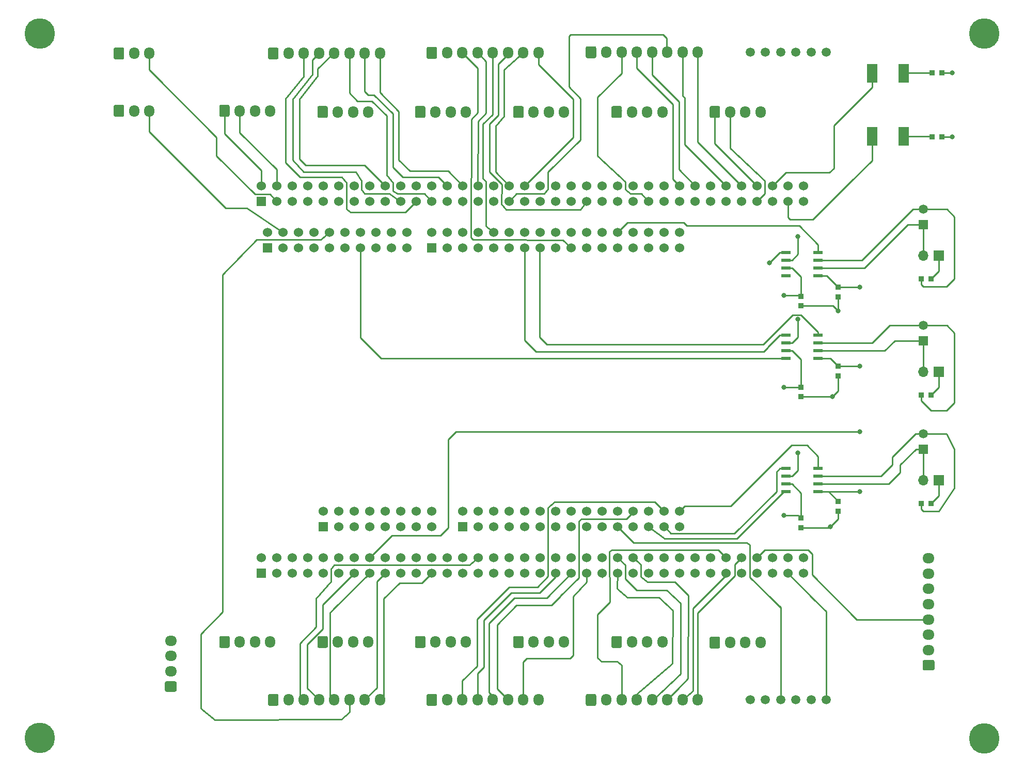
<source format=gbr>
%TF.GenerationSoftware,KiCad,Pcbnew,(5.1.12)-1*%
%TF.CreationDate,2022-02-06T21:24:49-08:00*%
%TF.ProjectId,DriverBoard,44726976-6572-4426-9f61-72642e6b6963,rev?*%
%TF.SameCoordinates,Original*%
%TF.FileFunction,Copper,L1,Top*%
%TF.FilePolarity,Positive*%
%FSLAX46Y46*%
G04 Gerber Fmt 4.6, Leading zero omitted, Abs format (unit mm)*
G04 Created by KiCad (PCBNEW (5.1.12)-1) date 2022-02-06 21:24:49*
%MOMM*%
%LPD*%
G01*
G04 APERTURE LIST*
%TA.AperFunction,ComponentPad*%
%ADD10C,5.000000*%
%TD*%
%TA.AperFunction,ComponentPad*%
%ADD11O,1.700000X1.950000*%
%TD*%
%TA.AperFunction,ComponentPad*%
%ADD12C,1.530000*%
%TD*%
%TA.AperFunction,ComponentPad*%
%ADD13R,1.530000X1.530000*%
%TD*%
%TA.AperFunction,SMDPad,CuDef*%
%ADD14R,0.863600X0.965200*%
%TD*%
%TA.AperFunction,ComponentPad*%
%ADD15O,1.950000X1.700000*%
%TD*%
%TA.AperFunction,ComponentPad*%
%ADD16C,1.508000*%
%TD*%
%TA.AperFunction,ComponentPad*%
%ADD17R,1.508000X1.508000*%
%TD*%
%TA.AperFunction,SMDPad,CuDef*%
%ADD18R,0.965200X0.863600*%
%TD*%
%TA.AperFunction,SMDPad,CuDef*%
%ADD19R,1.780000X3.150000*%
%TD*%
%TA.AperFunction,ComponentPad*%
%ADD20C,1.498600*%
%TD*%
%TA.AperFunction,ComponentPad*%
%ADD21R,1.700000X1.700000*%
%TD*%
%TA.AperFunction,ComponentPad*%
%ADD22O,1.700000X1.700000*%
%TD*%
%TA.AperFunction,SMDPad,CuDef*%
%ADD23R,1.500000X0.600000*%
%TD*%
%TA.AperFunction,ViaPad*%
%ADD24C,0.800000*%
%TD*%
%TA.AperFunction,Conductor*%
%ADD25C,0.250000*%
%TD*%
G04 APERTURE END LIST*
D10*
%TO.P,Hole,1*%
%TO.N,N/C*%
X75000000Y-157450000D03*
%TD*%
D11*
%TO.P,J25,4*%
%TO.N,+5V*%
X193200000Y-54800000D03*
%TO.P,J25,3*%
%TO.N,GND*%
X190700000Y-54800000D03*
%TO.P,J25,2*%
%TO.N,Drive6-Enc-Aout*%
X188200000Y-54800000D03*
%TO.P,J25,1*%
%TO.N,Drive6-Enc-Bout*%
%TA.AperFunction,ComponentPad*%
G36*
G01*
X184850000Y-55525000D02*
X184850000Y-54075000D01*
G75*
G02*
X185100000Y-53825000I250000J0D01*
G01*
X186300000Y-53825000D01*
G75*
G02*
X186550000Y-54075000I0J-250000D01*
G01*
X186550000Y-55525000D01*
G75*
G02*
X186300000Y-55775000I-250000J0D01*
G01*
X185100000Y-55775000D01*
G75*
G02*
X184850000Y-55525000I0J250000D01*
G01*
G37*
%TD.AperFunction*%
%TD*%
%TO.P,J5,4*%
%TO.N,+5V*%
X144900000Y-54800000D03*
%TO.P,J5,3*%
%TO.N,GND*%
X142400000Y-54800000D03*
%TO.P,J5,2*%
%TO.N,Drive3-Enc-Aout*%
X139900000Y-54800000D03*
%TO.P,J5,1*%
%TO.N,Drive3-Enc-Bout*%
%TA.AperFunction,ComponentPad*%
G36*
G01*
X136550000Y-55525000D02*
X136550000Y-54075000D01*
G75*
G02*
X136800000Y-53825000I250000J0D01*
G01*
X138000000Y-53825000D01*
G75*
G02*
X138250000Y-54075000I0J-250000D01*
G01*
X138250000Y-55525000D01*
G75*
G02*
X138000000Y-55775000I-250000J0D01*
G01*
X136800000Y-55775000D01*
G75*
G02*
X136550000Y-55525000I0J250000D01*
G01*
G37*
%TD.AperFunction*%
%TD*%
D12*
%TO.P,U1,NC*%
%TO.N,N/C*%
X200245000Y-66910000D03*
X200245000Y-69450000D03*
%TO.P,U1,91*%
%TO.N,Net-(U1-Pad91)*%
X197705000Y-66910000D03*
%TO.P,U1,89*%
%TO.N,LED1*%
X197705000Y-69450000D03*
%TO.P,U1,90*%
%TO.N,LED2*%
X195165000Y-66910000D03*
%TO.P,U1,92*%
%TO.N,Net-(U1-Pad92)*%
X195165000Y-69450000D03*
%TO.P,U1,93*%
%TO.N,Drive6-Enc-Bout*%
X192625000Y-66910000D03*
%TO.P,U1,79*%
%TO.N,Drive6-Enc-Aout*%
X192625000Y-69450000D03*
%TO.P,U1,141*%
%TO.N,Drive3-INA1*%
X190085000Y-66910000D03*
%TO.P,U1,167*%
%TO.N,N/C*%
X190085000Y-69450000D03*
%TO.P,U1,49*%
%TO.N,Drive3-INA2*%
X187545000Y-66910000D03*
%TO.P,U1,129*%
%TO.N,Drive4-Enc-Bout*%
X187545000Y-69450000D03*
%TO.P,U1,55*%
%TO.N,I2C-4-SDA*%
X185005000Y-66910000D03*
%TO.P,U1,50*%
%TO.N,I2C-4-INT1*%
X185005000Y-69450000D03*
%TO.P,U1,13*%
%TO.N,Drive3-INB1*%
X182465000Y-66910000D03*
%TO.P,U1,53*%
%TO.N,I2C-4-INT0*%
X182465000Y-69450000D03*
%TO.P,U1,64*%
%TO.N,Drive3-INB2*%
X179925000Y-66910000D03*
%TO.P,U1,66*%
%TO.N,Drive2-B1*%
X179925000Y-69450000D03*
%TO.P,U1,158*%
%TO.N,GND*%
X177385000Y-66910000D03*
%TO.P,U1,68*%
%TO.N,Drive5-Enc-Aout*%
X177385000Y-69450000D03*
%TO.P,U1,60*%
%TO.N,UART-7-RTS*%
X174845000Y-66910000D03*
%TO.P,U1,67*%
%TO.N,Drive3-PWMB*%
X174845000Y-69450000D03*
%TO.P,U1,54*%
%TO.N,I2C-4-SCL*%
X172305000Y-66910000D03*
%TO.P,U1,65*%
%TO.N,CAN3-STBY*%
X172305000Y-69450000D03*
%TO.P,U1,86*%
%TO.N,Steer3-PWMB*%
X169765000Y-66910000D03*
%TO.P,U1,63*%
%TO.N,UART-7-CTS*%
X169765000Y-69450000D03*
%TO.P,U1,85*%
%TO.N,Steer3-PWMA*%
X167225000Y-66910000D03*
%TO.P,U1,80*%
%TO.N,ROSReset*%
X167225000Y-69450000D03*
%TO.P,U1,58*%
%TO.N,UART-7-RXD*%
X164685000Y-66910000D03*
%TO.P,U1,81*%
%TO.N,Drive2-PWMA*%
X164685000Y-69450000D03*
%TO.P,U1,22*%
%TO.N,Drive5-Enc-Bout*%
X162145000Y-66910000D03*
%TO.P,U1,82*%
%TO.N,Drive2-PWMB*%
X162145000Y-69450000D03*
%TO.P,U1,59*%
%TO.N,UART-7-TXD*%
X159605000Y-66910000D03*
%TO.P,U1,158*%
%TO.N,GND*%
X159605000Y-69450000D03*
%TO.P,U1,14*%
%TO.N,Net-(U1-Pad14)*%
X157065000Y-66910000D03*
%TO.P,U1,37*%
%TO.N,Net-(U1-Pad37)*%
X157065000Y-69450000D03*
%TO.P,U1,15*%
%TO.N,Drive2-INA1*%
X154525000Y-66910000D03*
%TO.P,U1,36*%
%TO.N,Drive4-Enc-Aout*%
X154525000Y-69450000D03*
%TO.P,U1,44*%
%TO.N,Drive2-INA2*%
X151985000Y-66910000D03*
%TO.P,U1,102*%
%TO.N,Drive3-PWMA*%
X151985000Y-69450000D03*
%TO.P,U1,159*%
%TO.N,N/C*%
X149445000Y-66910000D03*
%TO.P,U1,133*%
%TO.N,CAN3-RXD*%
X149445000Y-69450000D03*
%TO.P,U1,74*%
%TO.N,Drive2-B2*%
X146905000Y-66910000D03*
%TO.P,U1,135*%
%TO.N,CAN2-RXD*%
X146905000Y-69450000D03*
%TO.P,U1,75*%
%TO.N,Drive1-INA1*%
X144365000Y-66910000D03*
%TO.P,U1,134*%
%TO.N,CAN3-TXD*%
X144365000Y-69450000D03*
%TO.P,U1,76*%
%TO.N,Drive1-INA2*%
X141825000Y-66910000D03*
%TO.P,U1,69*%
%TO.N,Drive3-Enc-Aout*%
X141825000Y-69450000D03*
%TO.P,U1,47*%
%TO.N,Drive3-Enc-Bout*%
X139285000Y-66910000D03*
%TO.P,U1,100*%
%TO.N,Drive1-PWMA*%
X139285000Y-69450000D03*
%TO.P,U1,48*%
%TO.N,CAN2-STBY*%
X136745000Y-66910000D03*
%TO.P,U1,101*%
%TO.N,Drive1-PWMB*%
X136745000Y-69450000D03*
%TO.P,U1,158*%
%TO.N,GND*%
X134205000Y-66910000D03*
%TO.P,U1,97*%
%TO.N,Drive1-INB2*%
X134205000Y-69450000D03*
%TO.P,U1,70*%
%TO.N,Drive1-INB1*%
X131665000Y-66910000D03*
%TO.P,U1,136*%
%TO.N,CAN2-TXD*%
X131665000Y-69450000D03*
%TO.P,U1,73*%
%TO.N,Net-(U1-Pad73)*%
X129125000Y-66910000D03*
%TO.P,U1,43*%
%TO.N,Steer6-Enc-Bout*%
X129125000Y-69450000D03*
%TO.P,U1,103*%
%TO.N,Net-(U1-Pad103)*%
X126585000Y-66910000D03*
%TO.P,U1,42*%
%TO.N,Net-(U1-Pad42)*%
X126585000Y-69450000D03*
%TO.P,U1,104*%
%TO.N,Drive2-Enc-Aout*%
X124045000Y-66910000D03*
%TO.P,U1,41*%
%TO.N,Steer1-PWMA*%
X124045000Y-69450000D03*
%TO.P,U1,77*%
%TO.N,Drive2-Enc-Bout*%
X121505000Y-66910000D03*
%TO.P,U1,158*%
%TO.N,GND*%
X121505000Y-69450000D03*
%TO.P,U1,157*%
%TO.N,Net-(U1-Pad157)*%
X118965000Y-66910000D03*
%TO.P,U1,155*%
%TO.N,Net-(U1-Pad155)*%
X118965000Y-69450000D03*
%TO.P,U1,45*%
%TO.N,Net-(U1-Pad45)*%
X116425000Y-66910000D03*
%TO.P,U1,140*%
%TO.N,TurretPWM2*%
X116425000Y-69450000D03*
%TO.P,U1,96*%
%TO.N,Drive1-Enc-Aout*%
X113885000Y-66910000D03*
%TO.P,U1,139*%
%TO.N,TurretPWM1*%
X113885000Y-69450000D03*
%TO.P,U1,70*%
%TO.N,Drive1-INB1*%
X179905000Y-74530000D03*
%TO.P,U1,141*%
%TO.N,Drive3-INA1*%
X179905000Y-77070000D03*
%TO.P,U1,57*%
%TO.N,CAN1-STBY*%
X179905000Y-120250000D03*
%TO.P,U1,56*%
%TO.N,I2C-2-INT*%
X179905000Y-122790000D03*
%TO.P,U1,50*%
%TO.N,I2C-4-INT1*%
X135201000Y-74530000D03*
%TO.P,U1,134*%
%TO.N,CAN3-TXD*%
X135201000Y-77070000D03*
%TO.P,U1,86*%
%TO.N,Steer3-PWMB*%
X132661000Y-74530000D03*
%TO.P,U1,40*%
%TO.N,Steer3-Enc-Aout*%
X132661000Y-77070000D03*
%TO.P,U1,85*%
%TO.N,Steer3-PWMA*%
X130121000Y-74530000D03*
%TO.P,U1,133*%
%TO.N,CAN3-RXD*%
X130121000Y-77070000D03*
%TO.P,U1,43*%
%TO.N,Steer6-Enc-Bout*%
X127581000Y-74530000D03*
%TO.P,U1,135*%
%TO.N,CAN2-RXD*%
X127581000Y-77070000D03*
%TO.P,U1,42*%
%TO.N,Net-(U1-Pad42)*%
X125041000Y-74530000D03*
%TO.P,U1,97*%
%TO.N,Drive1-INB2*%
X125041000Y-77070000D03*
%TO.P,U1,41*%
%TO.N,Steer1-PWMA*%
X122501000Y-74530000D03*
%TO.P,U1,110*%
%TO.N,Steer1-INA2*%
X122501000Y-77070000D03*
%TO.P,U1,158*%
%TO.N,GND*%
X119961000Y-74530000D03*
%TO.P,U1,73*%
%TO.N,Net-(U1-Pad73)*%
X119961000Y-77070000D03*
%TO.P,U1,154*%
%TO.N,Net-(U1-Pad154)*%
X117421000Y-74530000D03*
%TO.P,U1,74*%
%TO.N,Drive2-B2*%
X117421000Y-77070000D03*
%TO.P,U1,140*%
%TO.N,TurretPWM2*%
X114881000Y-74530000D03*
%TO.P,U1,76*%
%TO.N,Drive1-INA2*%
X114881000Y-77070000D03*
%TO.P,U1,NC*%
%TO.N,N/C*%
X200225000Y-127870000D03*
X200225000Y-130410000D03*
%TO.P,U1,69*%
%TO.N,Drive3-Enc-Aout*%
X177365000Y-74530000D03*
%TO.P,U1,46*%
%TO.N,Steer4-Enc-Aout*%
X177365000Y-77070000D03*
%TO.P,U1,68*%
%TO.N,Drive5-Enc-Aout*%
X174825000Y-74530000D03*
%TO.P,U1,34*%
%TO.N,Steer3-Enc-Bout*%
X174825000Y-77070000D03*
%TO.P,U1,67*%
%TO.N,Drive3-PWMB*%
X172285000Y-74530000D03*
%TO.P,U1,158*%
%TO.N,GND*%
X172285000Y-77070000D03*
%TO.P,U1,65*%
%TO.N,CAN3-STBY*%
X169745000Y-74530000D03*
%TO.P,U1,1*%
%TO.N,Steer5-Enc-Aout*%
X169745000Y-77070000D03*
%TO.P,U1,63*%
%TO.N,UART-7-CTS*%
X167205000Y-74530000D03*
%TO.P,U1,80*%
%TO.N,ROSReset*%
X167205000Y-77070000D03*
%TO.P,U1,158*%
%TO.N,GND*%
X164665000Y-74530000D03*
%TO.P,U1,81*%
%TO.N,Drive2-PWMA*%
X164665000Y-77070000D03*
%TO.P,U1,58*%
%TO.N,UART-7-RXD*%
X162125000Y-74530000D03*
%TO.P,U1,82*%
%TO.N,Drive2-PWMB*%
X162125000Y-77070000D03*
%TO.P,U1,59*%
%TO.N,UART-7-TXD*%
X159585000Y-74530000D03*
%TO.P,U1,158*%
%TO.N,GND*%
X159585000Y-77070000D03*
%TO.P,U1,124*%
%TO.N,SPI_1_MISO*%
X157045000Y-74530000D03*
%TO.P,U1,48*%
%TO.N,CAN2-STBY*%
X157045000Y-77070000D03*
%TO.P,U1,129*%
%TO.N,Drive4-Enc-Bout*%
X154505000Y-74530000D03*
%TO.P,U1,136*%
%TO.N,CAN2-TXD*%
X154505000Y-77070000D03*
%TO.P,U1,55*%
%TO.N,I2C-4-SDA*%
X151965000Y-74530000D03*
%TO.P,U1,14*%
%TO.N,Net-(U1-Pad14)*%
X151965000Y-77070000D03*
%TO.P,U1,66*%
%TO.N,Drive2-B1*%
X149425000Y-74530000D03*
%TO.P,U1,28*%
%TO.N,Net-(U1-Pad28)*%
X149425000Y-77070000D03*
%TO.P,U1,54*%
%TO.N,I2C-4-SCL*%
X146885000Y-74530000D03*
%TO.P,U1,47*%
%TO.N,Drive3-Enc-Bout*%
X146885000Y-77070000D03*
%TO.P,U1,64*%
%TO.N,Drive3-INB2*%
X144345000Y-74530000D03*
%TO.P,U1,158*%
%TO.N,GND*%
X144345000Y-77070000D03*
%TO.P,U1,60*%
%TO.N,UART-7-RTS*%
X141805000Y-74530000D03*
%TO.P,U1,159*%
%TO.N,N/C*%
X141805000Y-77070000D03*
%TO.P,U1,53*%
%TO.N,I2C-4-INT0*%
X139265000Y-74530000D03*
D13*
%TO.P,U1,156*%
%TO.N,Net-(U1-Pad156)*%
X139265000Y-77070000D03*
D12*
%TO.P,U1,139*%
%TO.N,TurretPWM1*%
X112341000Y-74530000D03*
D13*
%TO.P,U1,96*%
%TO.N,Drive1-Enc-Aout*%
X112341000Y-77070000D03*
D12*
%TO.P,U1,21*%
%TO.N,Steer2-PWMB*%
X177365000Y-120250000D03*
%TO.P,U1,115*%
%TO.N,CAN1-TXD*%
X177365000Y-122790000D03*
%TO.P,U1,19*%
%TO.N,Steer2-Enc-Aout*%
X174825000Y-120250000D03*
%TO.P,U1,114*%
%TO.N,CAN1-RXD*%
X174825000Y-122790000D03*
%TO.P,U1,20*%
%TO.N,Steer2-PWMA*%
X172285000Y-120250000D03*
%TO.P,U1,158*%
%TO.N,GND*%
X172285000Y-122790000D03*
%TO.P,U1,2*%
%TO.N,Steer3-INB2*%
X169745000Y-120250000D03*
%TO.P,U1,10*%
%TO.N,I2C-2-SDA*%
X169745000Y-122790000D03*
%TO.P,U1,5*%
%TO.N,Steer3-PWMB*%
X167205000Y-120250000D03*
%TO.P,U1,11*%
%TO.N,I2C-2-SCL*%
X167205000Y-122790000D03*
%TO.P,U1,4*%
%TO.N,Steer3-PWMA*%
X164665000Y-120250000D03*
%TO.P,U1,12*%
%TO.N,I2C-2-EXTRA*%
X164665000Y-122790000D03*
%TO.P,U1,3*%
%TO.N,Steer3-INB1*%
X162125000Y-120250000D03*
%TO.P,U1,43*%
%TO.N,Steer6-Enc-Bout*%
X162125000Y-122790000D03*
%TO.P,U1,1*%
%TO.N,Steer5-Enc-Aout*%
X159585000Y-120250000D03*
%TO.P,U1,NC*%
%TO.N,N/C*%
X159585000Y-122790000D03*
%TO.P,U1,158*%
%TO.N,GND*%
X157045000Y-120250000D03*
%TO.P,U1,22*%
%TO.N,Drive5-Enc-Bout*%
X157045000Y-122790000D03*
%TO.P,U1,117*%
%TO.N,Steer2-INA1*%
X154505000Y-120250000D03*
%TO.P,U1,15*%
%TO.N,Drive2-INA1*%
X154505000Y-122790000D03*
%TO.P,U1,118*%
%TO.N,Steer2-INB2*%
X151965000Y-120250000D03*
%TO.P,U1,13*%
%TO.N,Drive3-INB1*%
X151965000Y-122790000D03*
%TO.P,U1,119*%
%TO.N,Steer2-INB1*%
X149425000Y-120250000D03*
%TO.P,U1,29*%
%TO.N,Net-(U1-Pad29)*%
X149425000Y-122790000D03*
%TO.P,U1,122*%
%TO.N,Steer2-INA2*%
X146885000Y-120250000D03*
%TO.P,U1,26*%
%TO.N,Net-(U1-Pad26)*%
X146885000Y-122790000D03*
%TO.P,U1,123*%
%TO.N,SPI_1_MOSI*%
X144345000Y-120250000D03*
D13*
%TO.P,U1,37*%
%TO.N,Net-(U1-Pad37)*%
X144345000Y-122790000D03*
D12*
%TO.P,U1,88*%
%TO.N,Steer5-Enc-Bout*%
X139265000Y-120250000D03*
%TO.P,U1,153*%
%TO.N,Net-(U1-Pad153)*%
X139265000Y-122790000D03*
%TO.P,U1,87*%
%TO.N,Net-(U1-Pad87)*%
X136725000Y-120250000D03*
%TO.P,U1,158*%
%TO.N,GND*%
X136725000Y-122790000D03*
%TO.P,U1,116*%
%TO.N,Net-(U1-Pad116)*%
X134185000Y-120250000D03*
%TO.P,U1,158*%
%TO.N,GND*%
X134185000Y-122790000D03*
%TO.P,U1,113*%
%TO.N,SabreTX*%
X131645000Y-120250000D03*
%TO.P,U1,152*%
%TO.N,+5V*%
X131645000Y-122790000D03*
%TO.P,U1,112*%
%TO.N,Steer1-Enc-Aout*%
X129105000Y-120250000D03*
%TO.P,U1,151*%
%TO.N,+3V3*%
X129105000Y-122790000D03*
%TO.P,U1,111*%
%TO.N,Steer1-Enc-Bout*%
X126565000Y-120250000D03*
%TO.P,U1,25*%
%TO.N,Net-(U1-Pad25)*%
X126565000Y-122790000D03*
%TO.P,U1,99*%
%TO.N,Net-(U1-Pad99)*%
X124025000Y-120250000D03*
%TO.P,U1,150*%
%TO.N,Net-(U1-Pad150)*%
X124025000Y-122790000D03*
%TO.P,U1,98*%
%TO.N,Drive1-Enc-Bout*%
X121485000Y-120250000D03*
D13*
%TO.P,U1,NC*%
%TO.N,N/C*%
X121485000Y-122790000D03*
D12*
%TO.P,U1,98*%
%TO.N,Drive1-Enc-Bout*%
X111345000Y-66910000D03*
D13*
%TO.P,U1,99*%
%TO.N,Net-(U1-Pad99)*%
X111345000Y-69450000D03*
D12*
%TO.P,U1,126*%
%TO.N,SPI_1_SCK*%
X197685000Y-127870000D03*
%TO.P,U1,78*%
%TO.N,I2C-2-EXTRA*%
X197685000Y-130410000D03*
%TO.P,U1,128*%
%TO.N,SPI_1_INT*%
X195145000Y-127870000D03*
%TO.P,U1,NC*%
%TO.N,N/C*%
X195145000Y-130410000D03*
%TO.P,U1,125*%
%TO.N,SPI_1_CS*%
X192605000Y-127870000D03*
%TO.P,U1,127*%
%TO.N,Steer6-Enc-Aout*%
X192605000Y-130410000D03*
%TO.P,U1,132*%
%TO.N,Steer3-INA1*%
X190065000Y-127870000D03*
%TO.P,U1,124*%
%TO.N,SPI_1_MISO*%
X190065000Y-130410000D03*
%TO.P,U1,5*%
%TO.N,Steer3-PWMB*%
X187525000Y-127870000D03*
%TO.P,U1,142*%
%TO.N,Steer3-INA2*%
X187525000Y-130410000D03*
%TO.P,U1,177*%
%TO.N,N/C*%
X184985000Y-127870000D03*
%TO.P,U1,56*%
%TO.N,I2C-2-INT*%
X184985000Y-130410000D03*
%TO.P,U1,57*%
%TO.N,CAN1-STBY*%
X182445000Y-127870000D03*
%TO.P,U1,114*%
%TO.N,CAN1-RXD*%
X182445000Y-130410000D03*
%TO.P,U1,21*%
%TO.N,Steer2-PWMB*%
X179905000Y-127870000D03*
%TO.P,U1,115*%
%TO.N,CAN1-TXD*%
X179905000Y-130410000D03*
%TO.P,U1,20*%
%TO.N,Steer2-PWMA*%
X177365000Y-127870000D03*
%TO.P,U1,10*%
%TO.N,I2C-2-SDA*%
X177365000Y-130410000D03*
%TO.P,U1,12*%
%TO.N,I2C-2-EXTRA*%
X174825000Y-127870000D03*
%TO.P,U1,11*%
%TO.N,I2C-2-SCL*%
X174825000Y-130410000D03*
%TO.P,U1,4*%
%TO.N,Steer3-PWMA*%
X172285000Y-127870000D03*
%TO.P,U1,158*%
%TO.N,GND*%
X172285000Y-130410000D03*
%TO.P,U1,3*%
%TO.N,Steer3-INB1*%
X169745000Y-127870000D03*
%TO.P,U1,2*%
%TO.N,Steer3-INB2*%
X169745000Y-130410000D03*
%TO.P,U1,1*%
%TO.N,Steer5-Enc-Aout*%
X167205000Y-127870000D03*
%TO.P,U1,123*%
%TO.N,SPI_1_MOSI*%
X167205000Y-130410000D03*
%TO.P,U1,88*%
%TO.N,Steer5-Enc-Bout*%
X164665000Y-127870000D03*
%TO.P,U1,122*%
%TO.N,Steer2-INA2*%
X164665000Y-130410000D03*
%TO.P,U1,87*%
%TO.N,Net-(U1-Pad87)*%
X162125000Y-127870000D03*
%TO.P,U1,119*%
%TO.N,Steer2-INB1*%
X162125000Y-130410000D03*
%TO.P,U1,117*%
%TO.N,Steer2-INA1*%
X159585000Y-127870000D03*
%TO.P,U1,118*%
%TO.N,Steer2-INB2*%
X159585000Y-130410000D03*
%TO.P,U1,26*%
%TO.N,Net-(U1-Pad26)*%
X157045000Y-127870000D03*
%TO.P,U1,29*%
%TO.N,Net-(U1-Pad29)*%
X157045000Y-130410000D03*
%TO.P,U1,27*%
%TO.N,Net-(U1-Pad27)*%
X154505000Y-127870000D03*
%TO.P,U1,28*%
%TO.N,Net-(U1-Pad28)*%
X154505000Y-130410000D03*
%TO.P,U1,46*%
%TO.N,Steer4-Enc-Aout*%
X151965000Y-127870000D03*
%TO.P,U1,6*%
%TO.N,N/C*%
X151965000Y-130410000D03*
%TO.P,U1,40*%
%TO.N,Steer3-Enc-Aout*%
X149425000Y-127870000D03*
%TO.P,U1,24*%
%TO.N,Steer4-Enc-Bout*%
X149425000Y-130410000D03*
%TO.P,U1,35*%
%TO.N,Steer1-PWMB*%
X146885000Y-127870000D03*
%TO.P,U1,NC*%
%TO.N,N/C*%
X146885000Y-130410000D03*
%TO.P,U1,34*%
%TO.N,Steer3-Enc-Bout*%
X144345000Y-127870000D03*
%TO.P,U1,NC*%
%TO.N,N/C*%
X144345000Y-130410000D03*
X141805000Y-127870000D03*
X141805000Y-130410000D03*
%TO.P,U1,149*%
%TO.N,Net-(U1-Pad149)*%
X139265000Y-127870000D03*
%TO.P,U1,7*%
%TO.N,Steer1-INA1*%
X139265000Y-130410000D03*
%TO.P,U1,158*%
%TO.N,GND*%
X136725000Y-127870000D03*
%TO.P,U1,137*%
%TO.N,Net-(U1-Pad137)*%
X136725000Y-130410000D03*
%TO.P,U1,158*%
%TO.N,GND*%
X134185000Y-127870000D03*
X134185000Y-130410000D03*
%TO.P,U1,148*%
%TO.N,+5V*%
X131645000Y-127870000D03*
%TO.P,U1,110*%
%TO.N,Steer1-INA2*%
X131645000Y-130410000D03*
%TO.P,U1,147*%
%TO.N,+3V3*%
X129105000Y-127870000D03*
%TO.P,U1,109*%
%TO.N,Steer1-INB1*%
X129105000Y-130410000D03*
%TO.P,U1,25*%
%TO.N,Net-(U1-Pad25)*%
X126565000Y-127870000D03*
%TO.P,U1,105*%
%TO.N,Steer1-INB2*%
X126565000Y-130410000D03*
%TO.P,U1,146*%
%TO.N,+3V3*%
X124025000Y-127870000D03*
%TO.P,U1,19*%
%TO.N,Steer2-Enc-Aout*%
X124025000Y-130410000D03*
%TO.P,U1,NC*%
%TO.N,N/C*%
X121485000Y-127870000D03*
%TO.P,U1,18*%
%TO.N,Steer2-Enc-Bout*%
X121485000Y-130410000D03*
%TO.P,U1,158*%
%TO.N,GND*%
X118945000Y-127870000D03*
%TO.P,U1,138*%
%TO.N,Net-(U1-Pad138)*%
X118945000Y-130410000D03*
%TO.P,U1,145*%
%TO.N,Net-(U1-Pad145)*%
X116405000Y-127870000D03*
%TO.P,U1,17*%
%TO.N,N/C*%
X116405000Y-130410000D03*
%TO.P,U1,116*%
%TO.N,Net-(U1-Pad116)*%
X113865000Y-127870000D03*
%TO.P,U1,113*%
%TO.N,SabreTX*%
X113865000Y-130410000D03*
%TO.P,U1,112*%
%TO.N,Steer1-Enc-Aout*%
X111325000Y-127870000D03*
D13*
%TO.P,U1,111*%
%TO.N,Steer1-Enc-Bout*%
X111325000Y-130410000D03*
%TD*%
D10*
%TO.P,Hole,1*%
%TO.N,N/C*%
X229900000Y-41900000D03*
%TD*%
%TO.P,Hole,1*%
%TO.N,N/C*%
X229900000Y-157500000D03*
%TD*%
D14*
%TO.P,R2,2*%
%TO.N,GND*%
X222900000Y-48400000D03*
%TO.P,R2,1*%
%TO.N,Net-(D2-Pad1)*%
X221299800Y-48400000D03*
%TD*%
%TO.P,R1,2*%
%TO.N,Net-(D1-Pad1)*%
X221299800Y-58900000D03*
%TO.P,R1,1*%
%TO.N,GND*%
X222900000Y-58900000D03*
%TD*%
D10*
%TO.P,,1*%
%TO.N,N/C*%
X75000000Y-41900000D03*
%TD*%
D15*
%TO.P,J30,4*%
%TO.N,SabreTX*%
X96500000Y-141500000D03*
%TO.P,J30,3*%
X96500000Y-144000000D03*
%TO.P,J30,2*%
X96500000Y-146500000D03*
%TO.P,J30,1*%
%TA.AperFunction,ComponentPad*%
G36*
G01*
X97225000Y-149850000D02*
X95775000Y-149850000D01*
G75*
G02*
X95525000Y-149600000I0J250000D01*
G01*
X95525000Y-148400000D01*
G75*
G02*
X95775000Y-148150000I250000J0D01*
G01*
X97225000Y-148150000D01*
G75*
G02*
X97475000Y-148400000I0J-250000D01*
G01*
X97475000Y-149600000D01*
G75*
G02*
X97225000Y-149850000I-250000J0D01*
G01*
G37*
%TD.AperFunction*%
%TD*%
D11*
%TO.P,J29,4*%
%TO.N,+5V*%
X161000000Y-54800000D03*
%TO.P,J29,3*%
%TO.N,GND*%
X158500000Y-54800000D03*
%TO.P,J29,2*%
%TO.N,Drive4-Enc-Aout*%
X156000000Y-54800000D03*
%TO.P,J29,1*%
%TO.N,Drive4-Enc-Bout*%
%TA.AperFunction,ComponentPad*%
G36*
G01*
X152650000Y-55525000D02*
X152650000Y-54075000D01*
G75*
G02*
X152900000Y-53825000I250000J0D01*
G01*
X154100000Y-53825000D01*
G75*
G02*
X154350000Y-54075000I0J-250000D01*
G01*
X154350000Y-55525000D01*
G75*
G02*
X154100000Y-55775000I-250000J0D01*
G01*
X152900000Y-55775000D01*
G75*
G02*
X152650000Y-55525000I0J250000D01*
G01*
G37*
%TD.AperFunction*%
%TD*%
%TO.P,J28,4*%
%TO.N,+5V*%
X193200000Y-141800000D03*
%TO.P,J28,3*%
%TO.N,GND*%
X190700000Y-141800000D03*
%TO.P,J28,2*%
%TO.N,Steer6-Enc-Aout*%
X188200000Y-141800000D03*
%TO.P,J28,1*%
%TO.N,Steer6-Enc-Bout*%
%TA.AperFunction,ComponentPad*%
G36*
G01*
X184850000Y-142525000D02*
X184850000Y-141075000D01*
G75*
G02*
X185100000Y-140825000I250000J0D01*
G01*
X186300000Y-140825000D01*
G75*
G02*
X186550000Y-141075000I0J-250000D01*
G01*
X186550000Y-142525000D01*
G75*
G02*
X186300000Y-142775000I-250000J0D01*
G01*
X185100000Y-142775000D01*
G75*
G02*
X184850000Y-142525000I0J250000D01*
G01*
G37*
%TD.AperFunction*%
%TD*%
%TO.P,J27,4*%
%TO.N,+5V*%
X177100000Y-141700000D03*
%TO.P,J27,3*%
%TO.N,GND*%
X174600000Y-141700000D03*
%TO.P,J27,2*%
%TO.N,Steer5-Enc-Aout*%
X172100000Y-141700000D03*
%TO.P,J27,1*%
%TO.N,Steer5-Enc-Bout*%
%TA.AperFunction,ComponentPad*%
G36*
G01*
X168750000Y-142425000D02*
X168750000Y-140975000D01*
G75*
G02*
X169000000Y-140725000I250000J0D01*
G01*
X170200000Y-140725000D01*
G75*
G02*
X170450000Y-140975000I0J-250000D01*
G01*
X170450000Y-142425000D01*
G75*
G02*
X170200000Y-142675000I-250000J0D01*
G01*
X169000000Y-142675000D01*
G75*
G02*
X168750000Y-142425000I0J250000D01*
G01*
G37*
%TD.AperFunction*%
%TD*%
%TO.P,J26,4*%
%TO.N,+5V*%
X161000000Y-141700000D03*
%TO.P,J26,3*%
%TO.N,GND*%
X158500000Y-141700000D03*
%TO.P,J26,2*%
%TO.N,Steer4-Enc-Aout*%
X156000000Y-141700000D03*
%TO.P,J26,1*%
%TO.N,Steer4-Enc-Bout*%
%TA.AperFunction,ComponentPad*%
G36*
G01*
X152650000Y-142425000D02*
X152650000Y-140975000D01*
G75*
G02*
X152900000Y-140725000I250000J0D01*
G01*
X154100000Y-140725000D01*
G75*
G02*
X154350000Y-140975000I0J-250000D01*
G01*
X154350000Y-142425000D01*
G75*
G02*
X154100000Y-142675000I-250000J0D01*
G01*
X152900000Y-142675000D01*
G75*
G02*
X152650000Y-142425000I0J250000D01*
G01*
G37*
%TD.AperFunction*%
%TD*%
%TO.P,J24,4*%
%TO.N,+5V*%
X177100000Y-54800000D03*
%TO.P,J24,3*%
%TO.N,GND*%
X174600000Y-54800000D03*
%TO.P,J24,2*%
%TO.N,Drive5-Enc-Aout*%
X172100000Y-54800000D03*
%TO.P,J24,1*%
%TO.N,Drive5-Enc-Bout*%
%TA.AperFunction,ComponentPad*%
G36*
G01*
X168750000Y-55525000D02*
X168750000Y-54075000D01*
G75*
G02*
X169000000Y-53825000I250000J0D01*
G01*
X170200000Y-53825000D01*
G75*
G02*
X170450000Y-54075000I0J-250000D01*
G01*
X170450000Y-55525000D01*
G75*
G02*
X170200000Y-55775000I-250000J0D01*
G01*
X169000000Y-55775000D01*
G75*
G02*
X168750000Y-55525000I0J250000D01*
G01*
G37*
%TD.AperFunction*%
%TD*%
%TO.P,J15,1*%
%TO.N,Net-(J15-Pad1)*%
%TA.AperFunction,ComponentPad*%
G36*
G01*
X221475000Y-146350000D02*
X220025000Y-146350000D01*
G75*
G02*
X219775000Y-146100000I0J250000D01*
G01*
X219775000Y-144900000D01*
G75*
G02*
X220025000Y-144650000I250000J0D01*
G01*
X221475000Y-144650000D01*
G75*
G02*
X221725000Y-144900000I0J-250000D01*
G01*
X221725000Y-146100000D01*
G75*
G02*
X221475000Y-146350000I-250000J0D01*
G01*
G37*
%TD.AperFunction*%
D15*
%TO.P,J15,2*%
%TO.N,+5V*%
X220750000Y-143000000D03*
%TO.P,J15,3*%
%TO.N,GND*%
X220750000Y-140500000D03*
%TO.P,J15,4*%
%TO.N,SPI_1_CS*%
X220750000Y-138000000D03*
%TO.P,J15,5*%
%TO.N,SPI_1_MISO*%
X220750000Y-135500000D03*
%TO.P,J15,6*%
%TO.N,SPI_1_MOSI*%
X220750000Y-133000000D03*
%TO.P,J15,7*%
%TO.N,SPI_1_SCK*%
X220750000Y-130500000D03*
%TO.P,J15,8*%
%TO.N,SPI_1_INT*%
X220750000Y-128000000D03*
%TD*%
D11*
%TO.P,J9,8*%
%TO.N,Drive2-INA1*%
X156800000Y-45100000D03*
%TO.P,J9,7*%
%TO.N,Drive2-INA2*%
X154300000Y-45100000D03*
%TO.P,J9,6*%
%TO.N,Drive2-PWMA*%
X151800000Y-45100000D03*
%TO.P,J9,5*%
%TO.N,Drive2-B1*%
X149300000Y-45100000D03*
%TO.P,J9,4*%
%TO.N,Drive2-B2*%
X146800000Y-45100000D03*
%TO.P,J9,3*%
%TO.N,Drive2-PWMB*%
X144300000Y-45100000D03*
%TO.P,J9,2*%
%TO.N,GND*%
X141800000Y-45100000D03*
%TO.P,J9,1*%
%TO.N,Net-(J9-Pad1)*%
%TA.AperFunction,ComponentPad*%
G36*
G01*
X138450000Y-45825000D02*
X138450000Y-44375000D01*
G75*
G02*
X138700000Y-44125000I250000J0D01*
G01*
X139900000Y-44125000D01*
G75*
G02*
X140150000Y-44375000I0J-250000D01*
G01*
X140150000Y-45825000D01*
G75*
G02*
X139900000Y-46075000I-250000J0D01*
G01*
X138700000Y-46075000D01*
G75*
G02*
X138450000Y-45825000I0J250000D01*
G01*
G37*
%TD.AperFunction*%
%TD*%
D16*
%TO.P,J19,2*%
%TO.N,Net-(J19-Pad2)*%
X219910000Y-107570000D03*
D17*
%TO.P,J19,1*%
%TO.N,Net-(J19-Pad1)*%
X219910000Y-110070000D03*
%TD*%
D11*
%TO.P,J1,4*%
%TO.N,+5V*%
X112800000Y-54600000D03*
%TO.P,J1,3*%
%TO.N,GND*%
X110300000Y-54600000D03*
%TO.P,J1,2*%
%TO.N,Drive1-Enc-Aout*%
X107800000Y-54600000D03*
%TO.P,J1,1*%
%TO.N,Drive1-Enc-Bout*%
%TA.AperFunction,ComponentPad*%
G36*
G01*
X104450000Y-55325000D02*
X104450000Y-53875000D01*
G75*
G02*
X104700000Y-53625000I250000J0D01*
G01*
X105900000Y-53625000D01*
G75*
G02*
X106150000Y-53875000I0J-250000D01*
G01*
X106150000Y-55325000D01*
G75*
G02*
X105900000Y-55575000I-250000J0D01*
G01*
X104700000Y-55575000D01*
G75*
G02*
X104450000Y-55325000I0J250000D01*
G01*
G37*
%TD.AperFunction*%
%TD*%
%TO.P,J2,4*%
%TO.N,+5V*%
X112800000Y-141700000D03*
%TO.P,J2,3*%
%TO.N,GND*%
X110300000Y-141700000D03*
%TO.P,J2,2*%
%TO.N,Steer1-Enc-Aout*%
X107800000Y-141700000D03*
%TO.P,J2,1*%
%TO.N,Steer1-Enc-Bout*%
%TA.AperFunction,ComponentPad*%
G36*
G01*
X104450000Y-142425000D02*
X104450000Y-140975000D01*
G75*
G02*
X104700000Y-140725000I250000J0D01*
G01*
X105900000Y-140725000D01*
G75*
G02*
X106150000Y-140975000I0J-250000D01*
G01*
X106150000Y-142425000D01*
G75*
G02*
X105900000Y-142675000I-250000J0D01*
G01*
X104700000Y-142675000D01*
G75*
G02*
X104450000Y-142425000I0J250000D01*
G01*
G37*
%TD.AperFunction*%
%TD*%
%TO.P,J3,4*%
%TO.N,+5V*%
X128900000Y-54800000D03*
%TO.P,J3,3*%
%TO.N,GND*%
X126400000Y-54800000D03*
%TO.P,J3,2*%
%TO.N,Drive2-Enc-Aout*%
X123900000Y-54800000D03*
%TO.P,J3,1*%
%TO.N,Drive2-Enc-Bout*%
%TA.AperFunction,ComponentPad*%
G36*
G01*
X120550000Y-55525000D02*
X120550000Y-54075000D01*
G75*
G02*
X120800000Y-53825000I250000J0D01*
G01*
X122000000Y-53825000D01*
G75*
G02*
X122250000Y-54075000I0J-250000D01*
G01*
X122250000Y-55525000D01*
G75*
G02*
X122000000Y-55775000I-250000J0D01*
G01*
X120800000Y-55775000D01*
G75*
G02*
X120550000Y-55525000I0J250000D01*
G01*
G37*
%TD.AperFunction*%
%TD*%
%TO.P,J4,4*%
%TO.N,+5V*%
X128900000Y-141700000D03*
%TO.P,J4,3*%
%TO.N,GND*%
X126400000Y-141700000D03*
%TO.P,J4,2*%
%TO.N,Steer2-Enc-Aout*%
X123900000Y-141700000D03*
%TO.P,J4,1*%
%TO.N,Steer2-Enc-Bout*%
%TA.AperFunction,ComponentPad*%
G36*
G01*
X120550000Y-142425000D02*
X120550000Y-140975000D01*
G75*
G02*
X120800000Y-140725000I250000J0D01*
G01*
X122000000Y-140725000D01*
G75*
G02*
X122250000Y-140975000I0J-250000D01*
G01*
X122250000Y-142425000D01*
G75*
G02*
X122000000Y-142675000I-250000J0D01*
G01*
X120800000Y-142675000D01*
G75*
G02*
X120550000Y-142425000I0J250000D01*
G01*
G37*
%TD.AperFunction*%
%TD*%
%TO.P,J6,4*%
%TO.N,+5V*%
X144900000Y-141700000D03*
%TO.P,J6,3*%
%TO.N,GND*%
X142400000Y-141700000D03*
%TO.P,J6,2*%
%TO.N,Steer3-Enc-Aout*%
X139900000Y-141700000D03*
%TO.P,J6,1*%
%TO.N,Steer3-Enc-Bout*%
%TA.AperFunction,ComponentPad*%
G36*
G01*
X136550000Y-142425000D02*
X136550000Y-140975000D01*
G75*
G02*
X136800000Y-140725000I250000J0D01*
G01*
X138000000Y-140725000D01*
G75*
G02*
X138250000Y-140975000I0J-250000D01*
G01*
X138250000Y-142425000D01*
G75*
G02*
X138000000Y-142675000I-250000J0D01*
G01*
X136800000Y-142675000D01*
G75*
G02*
X136550000Y-142425000I0J250000D01*
G01*
G37*
%TD.AperFunction*%
%TD*%
D18*
%TO.P,C5,2*%
%TO.N,GND*%
X205940000Y-98100200D03*
%TO.P,C5,1*%
%TO.N,+3V3*%
X205940000Y-96500000D03*
%TD*%
%TO.P,C1,1*%
%TO.N,+3V3*%
X205940000Y-118649800D03*
%TO.P,C1,2*%
%TO.N,GND*%
X205940000Y-120250000D03*
%TD*%
%TO.P,C2,2*%
%TO.N,GND*%
X199800000Y-123000200D03*
%TO.P,C2,1*%
%TO.N,+5V*%
X199800000Y-121400000D03*
%TD*%
%TO.P,C3,1*%
%TO.N,+5V*%
X199800000Y-99899800D03*
%TO.P,C3,2*%
%TO.N,GND*%
X199800000Y-101500000D03*
%TD*%
%TO.P,C4,1*%
%TO.N,+5V*%
X199800000Y-84999900D03*
%TO.P,C4,2*%
%TO.N,GND*%
X199800000Y-86600100D03*
%TD*%
%TO.P,C6,2*%
%TO.N,GND*%
X205940000Y-85130200D03*
%TO.P,C6,1*%
%TO.N,+3V3*%
X205940000Y-83530000D03*
%TD*%
D19*
%TO.P,D1,1*%
%TO.N,Net-(D1-Pad1)*%
X216700000Y-58800000D03*
%TO.P,D1,2*%
%TO.N,LED1*%
X211470000Y-58800000D03*
%TD*%
%TO.P,D2,2*%
%TO.N,LED2*%
X211470000Y-48500000D03*
%TO.P,D2,1*%
%TO.N,Net-(D2-Pad1)*%
X216700000Y-48500000D03*
%TD*%
D20*
%TO.P,J7,6*%
%TO.N,I2C-4-INT0*%
X191500002Y-45000000D03*
%TO.P,J7,5*%
%TO.N,I2C-4-INT1*%
X194000000Y-45000000D03*
%TO.P,J7,4*%
%TO.N,I2C-4-SCL*%
X196500000Y-45000000D03*
%TO.P,J7,3*%
%TO.N,I2C-4-SDA*%
X199000000Y-45000000D03*
%TO.P,J7,2*%
%TO.N,GND*%
X201500000Y-45000000D03*
%TO.P,J7,1*%
%TO.N,+3V3*%
X204000000Y-45000000D03*
%TD*%
%TO.P,J8,1*%
%TO.N,Net-(J8-Pad1)*%
%TA.AperFunction,ComponentPad*%
G36*
G01*
X112450000Y-45925000D02*
X112450000Y-44475000D01*
G75*
G02*
X112700000Y-44225000I250000J0D01*
G01*
X113900000Y-44225000D01*
G75*
G02*
X114150000Y-44475000I0J-250000D01*
G01*
X114150000Y-45925000D01*
G75*
G02*
X113900000Y-46175000I-250000J0D01*
G01*
X112700000Y-46175000D01*
G75*
G02*
X112450000Y-45925000I0J250000D01*
G01*
G37*
%TD.AperFunction*%
D11*
%TO.P,J8,2*%
%TO.N,GND*%
X115800000Y-45200000D03*
%TO.P,J8,3*%
%TO.N,Drive1-PWMB*%
X118300000Y-45200000D03*
%TO.P,J8,4*%
%TO.N,Drive1-INB2*%
X120800000Y-45200000D03*
%TO.P,J8,5*%
%TO.N,Drive1-INB1*%
X123300000Y-45200000D03*
%TO.P,J8,6*%
%TO.N,Drive1-PWMA*%
X125800000Y-45200000D03*
%TO.P,J8,7*%
%TO.N,Drive1-INA2*%
X128300000Y-45200000D03*
%TO.P,J8,8*%
%TO.N,Drive1-INA1*%
X130800000Y-45200000D03*
%TD*%
%TO.P,J10,1*%
%TO.N,Net-(J10-Pad1)*%
%TA.AperFunction,ComponentPad*%
G36*
G01*
X164550000Y-45725000D02*
X164550000Y-44275000D01*
G75*
G02*
X164800000Y-44025000I250000J0D01*
G01*
X166000000Y-44025000D01*
G75*
G02*
X166250000Y-44275000I0J-250000D01*
G01*
X166250000Y-45725000D01*
G75*
G02*
X166000000Y-45975000I-250000J0D01*
G01*
X164800000Y-45975000D01*
G75*
G02*
X164550000Y-45725000I0J250000D01*
G01*
G37*
%TD.AperFunction*%
%TO.P,J10,2*%
%TO.N,GND*%
X167900000Y-45000000D03*
%TO.P,J10,3*%
%TO.N,Drive3-PWMB*%
X170400000Y-45000000D03*
%TO.P,J10,4*%
%TO.N,Drive3-INB2*%
X172900000Y-45000000D03*
%TO.P,J10,5*%
%TO.N,Drive3-INB1*%
X175400000Y-45000000D03*
%TO.P,J10,6*%
%TO.N,Drive3-PWMA*%
X177900000Y-45000000D03*
%TO.P,J10,7*%
%TO.N,Drive3-INA2*%
X180400000Y-45000000D03*
%TO.P,J10,8*%
%TO.N,Drive3-INA1*%
X182900000Y-45000000D03*
%TD*%
%TO.P,J11,8*%
%TO.N,Steer1-INA1*%
X130800000Y-151200000D03*
%TO.P,J11,7*%
%TO.N,Steer1-INA2*%
X128300000Y-151200000D03*
%TO.P,J11,6*%
%TO.N,Steer1-PWMA*%
X125800000Y-151200000D03*
%TO.P,J11,5*%
%TO.N,Steer1-INB1*%
X123300000Y-151200000D03*
%TO.P,J11,4*%
%TO.N,Steer1-INB2*%
X120800000Y-151200000D03*
%TO.P,J11,3*%
%TO.N,Steer1-PWMB*%
X118300000Y-151200000D03*
%TO.P,J11,2*%
%TO.N,GND*%
X115800000Y-151200000D03*
%TO.P,J11,1*%
%TO.N,Net-(J11-Pad1)*%
%TA.AperFunction,ComponentPad*%
G36*
G01*
X112450000Y-151925000D02*
X112450000Y-150475000D01*
G75*
G02*
X112700000Y-150225000I250000J0D01*
G01*
X113900000Y-150225000D01*
G75*
G02*
X114150000Y-150475000I0J-250000D01*
G01*
X114150000Y-151925000D01*
G75*
G02*
X113900000Y-152175000I-250000J0D01*
G01*
X112700000Y-152175000D01*
G75*
G02*
X112450000Y-151925000I0J250000D01*
G01*
G37*
%TD.AperFunction*%
%TD*%
%TO.P,J12,1*%
%TO.N,Net-(J12-Pad1)*%
%TA.AperFunction,ComponentPad*%
G36*
G01*
X138450000Y-151925000D02*
X138450000Y-150475000D01*
G75*
G02*
X138700000Y-150225000I250000J0D01*
G01*
X139900000Y-150225000D01*
G75*
G02*
X140150000Y-150475000I0J-250000D01*
G01*
X140150000Y-151925000D01*
G75*
G02*
X139900000Y-152175000I-250000J0D01*
G01*
X138700000Y-152175000D01*
G75*
G02*
X138450000Y-151925000I0J250000D01*
G01*
G37*
%TD.AperFunction*%
%TO.P,J12,2*%
%TO.N,GND*%
X141800000Y-151200000D03*
%TO.P,J12,3*%
%TO.N,Steer2-PWMB*%
X144300000Y-151200000D03*
%TO.P,J12,4*%
%TO.N,Steer2-INB2*%
X146800000Y-151200000D03*
%TO.P,J12,5*%
%TO.N,Steer2-INB1*%
X149300000Y-151200000D03*
%TO.P,J12,6*%
%TO.N,Steer2-PWMA*%
X151800000Y-151200000D03*
%TO.P,J12,7*%
%TO.N,Steer2-INA2*%
X154300000Y-151200000D03*
%TO.P,J12,8*%
%TO.N,Steer2-INA1*%
X156800000Y-151200000D03*
%TD*%
%TO.P,J13,8*%
%TO.N,Steer3-INA1*%
X182900000Y-151200000D03*
%TO.P,J13,7*%
%TO.N,Steer3-INA2*%
X180400000Y-151200000D03*
%TO.P,J13,6*%
%TO.N,Steer3-PWMA*%
X177900000Y-151200000D03*
%TO.P,J13,5*%
%TO.N,Steer3-INB1*%
X175400000Y-151200000D03*
%TO.P,J13,4*%
%TO.N,Steer3-INB2*%
X172900000Y-151200000D03*
%TO.P,J13,3*%
%TO.N,Steer3-PWMB*%
X170400000Y-151200000D03*
%TO.P,J13,2*%
%TO.N,GND*%
X167900000Y-151200000D03*
%TO.P,J13,1*%
%TO.N,Net-(J13-Pad1)*%
%TA.AperFunction,ComponentPad*%
G36*
G01*
X164550000Y-151925000D02*
X164550000Y-150475000D01*
G75*
G02*
X164800000Y-150225000I250000J0D01*
G01*
X166000000Y-150225000D01*
G75*
G02*
X166250000Y-150475000I0J-250000D01*
G01*
X166250000Y-151925000D01*
G75*
G02*
X166000000Y-152175000I-250000J0D01*
G01*
X164800000Y-152175000D01*
G75*
G02*
X164550000Y-151925000I0J250000D01*
G01*
G37*
%TD.AperFunction*%
%TD*%
D20*
%TO.P,J14,6*%
%TO.N,+5V*%
X191500002Y-151200000D03*
%TO.P,J14,5*%
%TO.N,GND*%
X194000000Y-151200000D03*
%TO.P,J14,4*%
%TO.N,I2C-2-SDA*%
X196500000Y-151200000D03*
%TO.P,J14,3*%
%TO.N,I2C-2-SCL*%
X199000000Y-151200000D03*
%TO.P,J14,2*%
%TO.N,I2C-2-INT*%
X201500000Y-151200000D03*
%TO.P,J14,1*%
%TO.N,I2C-2-EXTRA*%
X204000000Y-151200000D03*
%TD*%
D21*
%TO.P,J17,1*%
%TO.N,Net-(J17-Pad1)*%
X222450000Y-97390000D03*
D22*
%TO.P,J17,2*%
X219910000Y-97390000D03*
%TD*%
%TO.P,J18,2*%
%TO.N,Net-(J18-Pad2)*%
X219910000Y-78340000D03*
D21*
%TO.P,J18,1*%
%TO.N,Net-(J18-Pad1)*%
X222450000Y-78340000D03*
%TD*%
D17*
%TO.P,J20,1*%
%TO.N,Net-(J17-Pad1)*%
X219910000Y-92290000D03*
D16*
%TO.P,J20,2*%
%TO.N,Net-(J20-Pad2)*%
X219910000Y-89790000D03*
%TD*%
%TO.P,J21,2*%
%TO.N,Net-(J21-Pad2)*%
X219910000Y-70740000D03*
D17*
%TO.P,J21,1*%
%TO.N,Net-(J18-Pad2)*%
X219910000Y-73240000D03*
%TD*%
D22*
%TO.P,J23,2*%
%TO.N,Net-(J19-Pad1)*%
X219910000Y-115170000D03*
D21*
%TO.P,J23,1*%
X222450000Y-115170000D03*
%TD*%
D14*
%TO.P,R3,1*%
%TO.N,Net-(J19-Pad1)*%
X221180000Y-118980000D03*
%TO.P,R3,2*%
%TO.N,Net-(J19-Pad2)*%
X219579800Y-118980000D03*
%TD*%
%TO.P,R4,1*%
%TO.N,Net-(J17-Pad1)*%
X221180000Y-101200000D03*
%TO.P,R4,2*%
%TO.N,Net-(J20-Pad2)*%
X219579800Y-101200000D03*
%TD*%
%TO.P,R5,2*%
%TO.N,Net-(J21-Pad2)*%
X219579800Y-82150000D03*
%TO.P,R5,1*%
%TO.N,Net-(J18-Pad1)*%
X221180000Y-82150000D03*
%TD*%
D23*
%TO.P,U3,1*%
%TO.N,CAN1-TXD*%
X197350000Y-113265000D03*
%TO.P,U3,2*%
%TO.N,GND*%
X197350000Y-114535000D03*
%TO.P,U3,3*%
%TO.N,+5V*%
X197350000Y-115805000D03*
%TO.P,U3,4*%
%TO.N,CAN1-RXD*%
X197350000Y-117075000D03*
%TO.P,U3,5*%
%TO.N,+3V3*%
X202650000Y-117075000D03*
%TO.P,U3,6*%
%TO.N,Net-(J19-Pad1)*%
X202650000Y-115805000D03*
%TO.P,U3,7*%
%TO.N,Net-(J19-Pad2)*%
X202650000Y-114535000D03*
%TO.P,U3,8*%
%TO.N,CAN1-STBY*%
X202650000Y-113265000D03*
%TD*%
%TO.P,U4,8*%
%TO.N,CAN2-STBY*%
X202650000Y-91415000D03*
%TO.P,U4,7*%
%TO.N,Net-(J20-Pad2)*%
X202650000Y-92685000D03*
%TO.P,U4,6*%
%TO.N,Net-(J17-Pad1)*%
X202650000Y-93955000D03*
%TO.P,U4,5*%
%TO.N,+3V3*%
X202650000Y-95225000D03*
%TO.P,U4,4*%
%TO.N,CAN2-RXD*%
X197350000Y-95225000D03*
%TO.P,U4,3*%
%TO.N,+5V*%
X197350000Y-93955000D03*
%TO.P,U4,2*%
%TO.N,GND*%
X197350000Y-92685000D03*
%TO.P,U4,1*%
%TO.N,CAN2-TXD*%
X197350000Y-91415000D03*
%TD*%
%TO.P,U5,1*%
%TO.N,CAN3-TXD*%
X197350000Y-77815000D03*
%TO.P,U5,2*%
%TO.N,GND*%
X197350000Y-79085000D03*
%TO.P,U5,3*%
%TO.N,+5V*%
X197350000Y-80355000D03*
%TO.P,U5,4*%
%TO.N,CAN3-RXD*%
X197350000Y-81625000D03*
%TO.P,U5,5*%
%TO.N,+3V3*%
X202650000Y-81625000D03*
%TO.P,U5,6*%
%TO.N,Net-(J18-Pad2)*%
X202650000Y-80355000D03*
%TO.P,U5,7*%
%TO.N,Net-(J21-Pad2)*%
X202650000Y-79085000D03*
%TO.P,U5,8*%
%TO.N,CAN3-STBY*%
X202650000Y-77815000D03*
%TD*%
D11*
%TO.P,J31,3*%
%TO.N,TurretPWM1*%
X93000000Y-45200000D03*
%TO.P,J31,2*%
%TO.N,GND*%
X90500000Y-45200000D03*
%TO.P,J31,1*%
%TO.N,+5V*%
%TA.AperFunction,ComponentPad*%
G36*
G01*
X87150000Y-45925000D02*
X87150000Y-44475000D01*
G75*
G02*
X87400000Y-44225000I250000J0D01*
G01*
X88600000Y-44225000D01*
G75*
G02*
X88850000Y-44475000I0J-250000D01*
G01*
X88850000Y-45925000D01*
G75*
G02*
X88600000Y-46175000I-250000J0D01*
G01*
X87400000Y-46175000D01*
G75*
G02*
X87150000Y-45925000I0J250000D01*
G01*
G37*
%TD.AperFunction*%
%TD*%
%TO.P,J32,1*%
%TO.N,+5V*%
%TA.AperFunction,ComponentPad*%
G36*
G01*
X87150000Y-55325000D02*
X87150000Y-53875000D01*
G75*
G02*
X87400000Y-53625000I250000J0D01*
G01*
X88600000Y-53625000D01*
G75*
G02*
X88850000Y-53875000I0J-250000D01*
G01*
X88850000Y-55325000D01*
G75*
G02*
X88600000Y-55575000I-250000J0D01*
G01*
X87400000Y-55575000D01*
G75*
G02*
X87150000Y-55325000I0J250000D01*
G01*
G37*
%TD.AperFunction*%
%TO.P,J32,2*%
%TO.N,GND*%
X90500000Y-54600000D03*
%TO.P,J32,3*%
%TO.N,TurretPWM2*%
X93000000Y-54600000D03*
%TD*%
D24*
%TO.N,GND*%
X224600000Y-58900000D03*
X205900000Y-87400000D03*
X199300000Y-75200000D03*
X205000000Y-101500000D03*
X204670000Y-122790000D03*
X199300000Y-110700000D03*
X199300000Y-88800000D03*
X224600000Y-48400000D03*
%TO.N,+5V*%
X197000000Y-99900000D03*
X197000000Y-120900000D03*
X197000000Y-84900000D03*
%TO.N,+3V3*%
X209500000Y-83500000D03*
X209500000Y-96500000D03*
X209500000Y-117000000D03*
X209500000Y-107250000D03*
%TO.N,CAN3-TXD*%
X194665000Y-79500000D03*
%TD*%
D25*
%TO.N,GND*%
X205940000Y-121520000D02*
X204670000Y-122790000D01*
X205940000Y-120250000D02*
X205940000Y-121520000D01*
X205900000Y-85090200D02*
X205900000Y-87300000D01*
X196945000Y-79085000D02*
X197360000Y-79085000D01*
X115730000Y-150980000D02*
X115750000Y-151000000D01*
X198350000Y-114535000D02*
X199300000Y-113585000D01*
X197350000Y-114535000D02*
X198350000Y-114535000D01*
X199300000Y-113585000D02*
X199300000Y-110700000D01*
X204459800Y-123000200D02*
X204670000Y-122790000D01*
X199800000Y-123000200D02*
X204459800Y-123000200D01*
X205000000Y-101500000D02*
X199800000Y-101500000D01*
X205940000Y-100560000D02*
X205000000Y-101500000D01*
X205940000Y-98100200D02*
X205940000Y-100560000D01*
X199300000Y-91735000D02*
X199300000Y-88800000D01*
X198350000Y-92685000D02*
X199300000Y-91735000D01*
X197350000Y-92685000D02*
X198350000Y-92685000D01*
X205100100Y-86600100D02*
X205900000Y-87400000D01*
X199800000Y-86600100D02*
X205100100Y-86600100D01*
X199300000Y-78135000D02*
X199300000Y-75200000D01*
X198350000Y-79085000D02*
X199300000Y-78135000D01*
X197350000Y-79085000D02*
X198350000Y-79085000D01*
X222900000Y-58900000D02*
X224600000Y-58900000D01*
X222900000Y-48400000D02*
X224600000Y-48400000D01*
%TO.N,+5V*%
X190750002Y-150999998D02*
X190750000Y-151000000D01*
X144300000Y-54300000D02*
X144350000Y-54350000D01*
X199300000Y-120900000D02*
X199800000Y-121400000D01*
X197000000Y-120900000D02*
X199300000Y-120900000D01*
X199800000Y-117255000D02*
X199800000Y-121400000D01*
X198350000Y-115805000D02*
X199800000Y-117255000D01*
X197350000Y-115805000D02*
X198350000Y-115805000D01*
X198350000Y-93955000D02*
X199800000Y-95405000D01*
X199800000Y-95405000D02*
X199800000Y-99899800D01*
X197350000Y-93955000D02*
X198350000Y-93955000D01*
X199799800Y-99900000D02*
X199800000Y-99899800D01*
X197000000Y-99900000D02*
X199799800Y-99900000D01*
X199700100Y-84900000D02*
X199800000Y-84999900D01*
X199800000Y-81805000D02*
X199800000Y-84999900D01*
X198350000Y-80355000D02*
X199800000Y-81805000D01*
X197350000Y-80355000D02*
X198350000Y-80355000D01*
X197000000Y-84900000D02*
X199700100Y-84900000D01*
%TO.N,Net-(D1-Pad1)*%
X221199800Y-58800000D02*
X221299800Y-58900000D01*
X216700000Y-58800000D02*
X221199800Y-58800000D01*
%TO.N,LED1*%
X197705000Y-69450000D02*
X197705000Y-72105000D01*
X197705000Y-72105000D02*
X198000000Y-72400000D01*
X198000000Y-72400000D02*
X201800000Y-72400000D01*
X211470000Y-62730000D02*
X207850000Y-66350000D01*
X211470000Y-58800000D02*
X211470000Y-62730000D01*
X207850000Y-66350000D02*
X201800000Y-72400000D01*
X208370000Y-65830000D02*
X207850000Y-66350000D01*
%TO.N,LED2*%
X197375000Y-64700000D02*
X195165000Y-66910000D01*
X204500000Y-64700000D02*
X197375000Y-64700000D01*
X205200000Y-64000000D02*
X204500000Y-64700000D01*
X205200000Y-57000000D02*
X205200000Y-64000000D01*
X211470000Y-50730000D02*
X205200000Y-57000000D01*
X211470000Y-48500000D02*
X211470000Y-50730000D01*
%TO.N,Net-(D2-Pad1)*%
X221280000Y-48400000D02*
X217200000Y-48400000D01*
%TO.N,Drive1-Enc-Bout*%
X105300000Y-54600000D02*
X105300000Y-58400000D01*
X111345000Y-64345000D02*
X111345000Y-66910000D01*
X105300000Y-58400000D02*
X111345000Y-64345000D01*
%TO.N,Drive1-Enc-Aout*%
X107800000Y-54600000D02*
X107800000Y-58200000D01*
X113885000Y-64185000D02*
X113885000Y-66910000D01*
X107800000Y-58200000D02*
X113885000Y-64185000D01*
%TO.N,Drive2-Enc-Bout*%
X120800000Y-54113285D02*
X120724990Y-54188295D01*
%TO.N,+3V3*%
X202660000Y-81625000D02*
X203295000Y-81625000D01*
X204365200Y-117075000D02*
X205940000Y-118649800D01*
X202650000Y-117075000D02*
X204365200Y-117075000D01*
X204665000Y-95225000D02*
X205940000Y-96500000D01*
X202650000Y-95225000D02*
X204665000Y-95225000D01*
X204035000Y-81625000D02*
X205940000Y-83530000D01*
X202650000Y-81625000D02*
X204035000Y-81625000D01*
X209425000Y-117075000D02*
X209500000Y-117000000D01*
X204365200Y-117075000D02*
X209425000Y-117075000D01*
X205940000Y-96500000D02*
X209500000Y-96500000D01*
X205970000Y-83500000D02*
X205940000Y-83530000D01*
X209500000Y-83500000D02*
X205970000Y-83500000D01*
X143250000Y-107250000D02*
X209500000Y-107250000D01*
X140750000Y-124250000D02*
X142000000Y-123000000D01*
X132725000Y-124250000D02*
X140750000Y-124250000D01*
X129105000Y-127870000D02*
X132725000Y-124250000D01*
X143250000Y-107250000D02*
X142000000Y-108500000D01*
X142000000Y-123000000D02*
X142000000Y-108500000D01*
%TO.N,Drive1-PWMB*%
X126000000Y-71250000D02*
X134945000Y-71250000D01*
X125300000Y-66400000D02*
X125300000Y-70700000D01*
X125300000Y-70700000D02*
X126000000Y-71250000D01*
X124589998Y-65500000D02*
X125300000Y-66400000D01*
X134945000Y-71250000D02*
X136745000Y-69450000D01*
X117700000Y-65500000D02*
X124589998Y-65500000D01*
X115300000Y-63100000D02*
X117700000Y-65500000D01*
X118300000Y-49000000D02*
X115300000Y-52600000D01*
X115300000Y-52600000D02*
X115300000Y-63100000D01*
X118300000Y-45200000D02*
X118300000Y-49000000D01*
%TO.N,Drive1-INB2*%
X132300000Y-68200000D02*
X134135390Y-69450000D01*
X128300000Y-68200000D02*
X132300000Y-68200000D01*
X127800000Y-67500000D02*
X128300000Y-68200000D01*
X118300000Y-64600000D02*
X126800000Y-64600000D01*
X126800000Y-64600000D02*
X127800000Y-66100000D01*
X116500000Y-62700000D02*
X118300000Y-64600000D01*
X116500000Y-52700000D02*
X116500000Y-62700000D01*
X134135390Y-69450000D02*
X134205000Y-69450000D01*
X119700000Y-48600000D02*
X116500000Y-52700000D01*
X127800000Y-66100000D02*
X127800000Y-67500000D01*
X119700000Y-46300000D02*
X119700000Y-48600000D01*
X120800000Y-45200000D02*
X119700000Y-46300000D01*
%TO.N,Drive1-INB1*%
X131665000Y-66910000D02*
X131665000Y-66295000D01*
X128255000Y-63500000D02*
X131665000Y-66910000D01*
X118600000Y-63500000D02*
X128255000Y-63500000D01*
X117600000Y-62500000D02*
X118600000Y-63500000D01*
X117600000Y-52700000D02*
X117600000Y-62500000D01*
X120600000Y-48900000D02*
X117600000Y-52700000D01*
X120600000Y-47700000D02*
X120600000Y-48900000D01*
X123200000Y-45200000D02*
X120600000Y-47700000D01*
X123300000Y-45200000D02*
X123200000Y-45200000D01*
%TO.N,Drive1-PWMA*%
X133681799Y-68200000D02*
X138100000Y-68200000D01*
X132900000Y-67793199D02*
X133681799Y-68200000D01*
X132900000Y-66400000D02*
X132900000Y-67793199D01*
X131900000Y-65150000D02*
X132900000Y-66400000D01*
X131900000Y-55400000D02*
X131900000Y-65150000D01*
X138100000Y-68200000D02*
X139285000Y-69450000D01*
X129500000Y-53000000D02*
X131900000Y-55400000D01*
X127100000Y-53000000D02*
X129500000Y-53000000D01*
X125800000Y-51700000D02*
X127100000Y-53000000D01*
X125800000Y-45200000D02*
X125800000Y-51700000D01*
%TO.N,Drive1-INA2*%
X134500000Y-65500000D02*
X140415000Y-65500000D01*
X140415000Y-65500000D02*
X141825000Y-66910000D01*
X128300000Y-45200000D02*
X128300000Y-51400000D01*
X128300000Y-51400000D02*
X128900000Y-52000000D01*
X128900000Y-52000000D02*
X129800000Y-52000000D01*
X129800000Y-52000000D02*
X132900000Y-55100000D01*
X132900000Y-63900000D02*
X134500000Y-65500000D01*
X132900000Y-55100000D02*
X132900000Y-63900000D01*
%TO.N,Drive1-INA1*%
X130750000Y-45250000D02*
X130800000Y-45200000D01*
X141955000Y-64500000D02*
X144365000Y-66910000D01*
X135750000Y-64500000D02*
X141955000Y-64500000D01*
X133900000Y-62650000D02*
X135750000Y-64500000D01*
X133900000Y-54700000D02*
X133900000Y-62650000D01*
X130800000Y-51600000D02*
X133900000Y-54700000D01*
X130800000Y-45200000D02*
X130800000Y-51600000D01*
%TO.N,Drive2-INA1*%
X156800000Y-45100000D02*
X156800000Y-47000000D01*
X156800000Y-47000000D02*
X162500000Y-52700000D01*
X162500000Y-58935000D02*
X154525000Y-66910000D01*
X162500000Y-52700000D02*
X162500000Y-58935000D01*
%TO.N,Drive2-INA2*%
X149750000Y-64675000D02*
X151985000Y-66910000D01*
X151100000Y-55500000D02*
X149800000Y-57100000D01*
X151100000Y-47900000D02*
X151100000Y-55500000D01*
X149800000Y-57100000D02*
X149750000Y-64675000D01*
X154300000Y-45100000D02*
X151100000Y-47900000D01*
%TO.N,Drive2-PWMA*%
X163700000Y-70800000D02*
X164685000Y-69450000D01*
X151500000Y-70800000D02*
X163700000Y-70800000D01*
X150700000Y-69900000D02*
X151500000Y-70800000D01*
X150774101Y-66625899D02*
X150700000Y-69900000D01*
X148750000Y-64601798D02*
X150774101Y-66625899D01*
X148750000Y-56750000D02*
X148750000Y-64601798D01*
X150200000Y-55300000D02*
X148750000Y-56750000D01*
X151800000Y-45100000D02*
X151800000Y-45300000D01*
X151800000Y-45300000D02*
X150200000Y-46900000D01*
X150200000Y-46900000D02*
X150200000Y-55300000D01*
%TO.N,Drive2-B1*%
X148198787Y-73498787D02*
X149425000Y-74530000D01*
X149300000Y-45100000D02*
X149300000Y-55200000D01*
X148198787Y-73498787D02*
X148198787Y-66198787D01*
X148198787Y-66198787D02*
X147700000Y-65700000D01*
X147700000Y-56800000D02*
X149300000Y-55200000D01*
X147700000Y-65700000D02*
X147700000Y-56800000D01*
%TO.N,Drive2-B2*%
X146800000Y-66805000D02*
X146905000Y-66910000D01*
X146900000Y-56400000D02*
X146800000Y-66805000D01*
X146900000Y-56400000D02*
X146900000Y-56300000D01*
X146900000Y-56300000D02*
X148200000Y-55000000D01*
X148200000Y-46500000D02*
X146800000Y-45100000D01*
X148200000Y-55000000D02*
X148200000Y-46500000D01*
%TO.N,Drive2-PWMB*%
X160800000Y-75800000D02*
X162125000Y-77070000D01*
X148967904Y-75732096D02*
X160800000Y-75800000D01*
X146032096Y-75732096D02*
X148967904Y-75732096D01*
X145700000Y-75400000D02*
X146032096Y-75732096D01*
X146800000Y-54900000D02*
X145800000Y-56000000D01*
X146800000Y-47600000D02*
X146800000Y-54900000D01*
X145800000Y-56000000D02*
X145700000Y-75400000D01*
X144300000Y-45100000D02*
X146800000Y-47600000D01*
%TO.N,Drive3-PWMB*%
X173700000Y-68200000D02*
X174845000Y-69450000D01*
X171900000Y-68200000D02*
X173700000Y-68200000D01*
X171000000Y-67514999D02*
X171900000Y-68200000D01*
X171000000Y-66200000D02*
X171000000Y-67514999D01*
X166500000Y-62031798D02*
X171000000Y-66200000D01*
X166500000Y-52373002D02*
X166500000Y-62031798D01*
X170400000Y-48473002D02*
X166500000Y-52373002D01*
X170400000Y-45000000D02*
X170400000Y-48473002D01*
%TO.N,Drive3-INB2*%
X172900000Y-45000000D02*
X172900000Y-47600000D01*
X172900000Y-47600000D02*
X178800000Y-53500000D01*
X178800000Y-65785000D02*
X179925000Y-66910000D01*
X178800000Y-53500000D02*
X178800000Y-65785000D01*
%TO.N,Drive3-INB1*%
X175400000Y-45000000D02*
X175400000Y-48700000D01*
X175400000Y-48700000D02*
X179800000Y-53100000D01*
X179800000Y-64245000D02*
X182465000Y-66910000D01*
X179800000Y-53100000D02*
X179800000Y-64245000D01*
%TO.N,Drive3-PWMA*%
X153200000Y-68200000D02*
X151985000Y-69450000D01*
X158300000Y-67400000D02*
X157700000Y-68200000D01*
X157700000Y-68200000D02*
X153200000Y-68200000D01*
X158300000Y-64612964D02*
X158300000Y-67400000D01*
X158556482Y-64356482D02*
X158300000Y-64612964D01*
X163700000Y-59400000D02*
X158556482Y-64356482D01*
X163700000Y-52600000D02*
X163700000Y-59400000D01*
X161800000Y-50700000D02*
X163700000Y-52600000D01*
X162100000Y-42100000D02*
X161800000Y-42400000D01*
X177200000Y-42100000D02*
X162100000Y-42100000D01*
X161800000Y-42400000D02*
X161800000Y-50700000D01*
X177800000Y-42700000D02*
X177200000Y-42100000D01*
X177800000Y-45000000D02*
X177800000Y-42700000D01*
%TO.N,Drive3-INA2*%
X180400000Y-45000000D02*
X180400000Y-52100000D01*
X180400000Y-52100000D02*
X180800000Y-52500000D01*
X180800000Y-60165000D02*
X187545000Y-66910000D01*
X180800000Y-52500000D02*
X180800000Y-60165000D01*
%TO.N,Drive3-INA1*%
X182900000Y-59725000D02*
X190085000Y-66910000D01*
X182900000Y-45000000D02*
X182900000Y-59725000D01*
%TO.N,Steer1-INA1*%
X137675000Y-132000000D02*
X139265000Y-130410000D01*
X131400000Y-134600000D02*
X134000000Y-132000000D01*
X131400000Y-150600000D02*
X131400000Y-134600000D01*
X130800000Y-151200000D02*
X131400000Y-150600000D01*
X134000000Y-132000000D02*
X137675000Y-132000000D01*
%TO.N,Steer1-INA2*%
X130300000Y-131755000D02*
X131645000Y-130410000D01*
X130300000Y-149200000D02*
X130300000Y-131755000D01*
X128300000Y-151200000D02*
X130300000Y-149200000D01*
%TO.N,Steer1-PWMA*%
X110600000Y-75700000D02*
X121051001Y-75700000D01*
X105000000Y-136800000D02*
X105000000Y-81500000D01*
X101400000Y-140400000D02*
X105000000Y-136800000D01*
X101400000Y-152600000D02*
X101400000Y-140400000D01*
X103700000Y-154500000D02*
X101400000Y-152600000D01*
X124500000Y-154400000D02*
X103700000Y-154500000D01*
X125800000Y-153200000D02*
X124500000Y-154400000D01*
X121051001Y-75700000D02*
X122501000Y-74530000D01*
X105000000Y-81500000D02*
X110600000Y-75700000D01*
X125800000Y-151200000D02*
X125800000Y-153200000D01*
%TO.N,Steer1-INB1*%
X122724990Y-150624990D02*
X123300000Y-151200000D01*
X129105000Y-130410000D02*
X123230000Y-136285000D01*
X123230000Y-136285000D02*
X123215000Y-136285000D01*
X122575010Y-150475010D02*
X123300000Y-151200000D01*
X122575010Y-136924990D02*
X122575010Y-150475010D01*
X123215000Y-136285000D02*
X122575010Y-136924990D01*
%TO.N,Steer1-INB2*%
X122000000Y-134975000D02*
X126565000Y-130410000D01*
X122000000Y-134975000D02*
X122000000Y-135000000D01*
X122000000Y-135000000D02*
X121400000Y-135600000D01*
X121400000Y-139561810D02*
X118900000Y-142061810D01*
X121400000Y-135600000D02*
X121400000Y-139561810D01*
X118874999Y-149274999D02*
X120800000Y-151200000D01*
X118874999Y-143255999D02*
X118874999Y-149274999D01*
X118900000Y-143230998D02*
X118874999Y-143255999D01*
X118900000Y-142061810D02*
X118900000Y-143230998D01*
%TO.N,Steer1-PWMB*%
X118230000Y-151130000D02*
X118300000Y-151200000D01*
X117700000Y-150600000D02*
X118300000Y-151200000D01*
X117700000Y-141900000D02*
X117700000Y-150600000D01*
X120300000Y-139200000D02*
X117700000Y-141900000D01*
X120300000Y-134600000D02*
X120300000Y-139200000D01*
X122750000Y-131800000D02*
X120300000Y-134600000D01*
X122750000Y-129700000D02*
X122750000Y-131800000D01*
X123300000Y-129100000D02*
X122750000Y-129700000D01*
X145439999Y-129100000D02*
X123300000Y-129100000D01*
X146885000Y-127870000D02*
X145439999Y-129100000D01*
%TO.N,Steer2-PWMB*%
X175865000Y-118750000D02*
X177365000Y-120250000D01*
X158350000Y-119700000D02*
X159471798Y-118750000D01*
X158300000Y-130900000D02*
X158350000Y-119700000D01*
X156600000Y-132700000D02*
X158300000Y-130900000D01*
X159471798Y-118750000D02*
X175865000Y-118750000D01*
X152000000Y-132700000D02*
X156600000Y-132700000D01*
X146700000Y-137950000D02*
X152000000Y-132700000D01*
X146700000Y-145700000D02*
X146700000Y-137950000D01*
X144300000Y-148000000D02*
X146700000Y-145700000D01*
X144300000Y-151200000D02*
X144300000Y-148000000D01*
%TO.N,Steer2-INB2*%
X159585000Y-131015000D02*
X159585000Y-130410000D01*
X157000000Y-133600000D02*
X159585000Y-131015000D01*
X152350000Y-133600000D02*
X157000000Y-133600000D01*
X147850000Y-138100000D02*
X152350000Y-133600000D01*
X147850000Y-145800000D02*
X147850000Y-138100000D01*
X146800000Y-146850000D02*
X147850000Y-145800000D01*
X146800000Y-151200000D02*
X146800000Y-146850000D01*
%TO.N,Steer2-INB1*%
X162125000Y-130625000D02*
X162125000Y-130410000D01*
X158200000Y-134500000D02*
X162125000Y-130410000D01*
X152800000Y-134500000D02*
X158200000Y-134500000D01*
X148700000Y-138600000D02*
X152800000Y-134500000D01*
X148650000Y-149950000D02*
X148700000Y-138600000D01*
X149300000Y-150600000D02*
X148650000Y-149950000D01*
X149300000Y-151200000D02*
X149300000Y-150600000D01*
%TO.N,Steer2-PWMA*%
X153200000Y-135700000D02*
X150000000Y-138900000D01*
X158900000Y-135700000D02*
X153200000Y-135700000D01*
X160400000Y-134200000D02*
X158900000Y-135700000D01*
X160400000Y-134150000D02*
X160400000Y-134200000D01*
X150000000Y-149400000D02*
X151800000Y-151200000D01*
X163400000Y-131150000D02*
X160400000Y-134150000D01*
X163400000Y-121900000D02*
X163400000Y-131150000D01*
X163800000Y-121500000D02*
X163400000Y-121900000D01*
X150000000Y-138900000D02*
X150000000Y-149400000D01*
X171200000Y-121500000D02*
X163800000Y-121500000D01*
X172285000Y-120415000D02*
X171200000Y-121500000D01*
X172285000Y-120250000D02*
X172285000Y-120415000D01*
%TO.N,Steer2-INA2*%
X154300000Y-145000000D02*
X154300000Y-151200000D01*
X154900000Y-144400000D02*
X154300000Y-145000000D01*
X162000000Y-144400000D02*
X154900000Y-144400000D01*
X162500000Y-143900000D02*
X162000000Y-144400000D01*
X162500000Y-134200000D02*
X162500000Y-143900000D01*
X164665000Y-131835000D02*
X162500000Y-134200000D01*
X164665000Y-130410000D02*
X164665000Y-131835000D01*
%TO.N,Steer3-INA1*%
X182900000Y-151200000D02*
X182900000Y-136900000D01*
X188974999Y-128960001D02*
X190065000Y-127870000D01*
X188974999Y-130825001D02*
X188974999Y-128960001D01*
X182900000Y-136900000D02*
X188974999Y-130825001D01*
%TO.N,Steer3-INA2*%
X180300000Y-151100000D02*
X180400000Y-151200000D01*
X182100000Y-149700000D02*
X180400000Y-151200000D01*
X182150000Y-136150000D02*
X182100000Y-149700000D01*
X187525000Y-130775000D02*
X182150000Y-136150000D01*
X187525000Y-130410000D02*
X187525000Y-130775000D01*
%TO.N,Steer3-PWMA*%
X179600000Y-149500000D02*
X181300000Y-147700000D01*
X177900000Y-151200000D02*
X179600000Y-149500000D01*
X173550000Y-128960001D02*
X172285000Y-127870000D01*
X174634999Y-131833201D02*
X173550000Y-131000000D01*
X179133201Y-131833201D02*
X174634999Y-131833201D01*
X173550000Y-131000000D02*
X173550000Y-128960001D01*
X181350000Y-134050000D02*
X179133201Y-131833201D01*
X181300000Y-147700000D02*
X181350000Y-134050000D01*
%TO.N,Steer3-INB1*%
X171050000Y-129100000D02*
X169745000Y-127870000D01*
X177800000Y-133200000D02*
X172900000Y-133200000D01*
X180100000Y-135300000D02*
X177800000Y-133200000D01*
X171061139Y-131361139D02*
X171050000Y-129100000D01*
X180100000Y-146900000D02*
X180100000Y-135300000D01*
X172900000Y-133200000D02*
X171061139Y-131361139D01*
X175600000Y-151200000D02*
X180100000Y-146900000D01*
X175400000Y-151200000D02*
X175600000Y-151200000D01*
%TO.N,Steer3-INB2*%
X170000000Y-130665000D02*
X169745000Y-130410000D01*
X172900000Y-151200000D02*
X173600000Y-151200000D01*
X169700000Y-133000000D02*
X169745000Y-130410000D01*
X176500000Y-134400000D02*
X171400000Y-134400000D01*
X171400000Y-134400000D02*
X169700000Y-133000000D01*
X172900000Y-150200000D02*
X178700000Y-145200000D01*
X178800000Y-136500000D02*
X176500000Y-134400000D01*
X178700000Y-145200000D02*
X178800000Y-136500000D01*
X172900000Y-151200000D02*
X172900000Y-150200000D01*
%TO.N,Steer3-PWMB*%
X186305000Y-126650000D02*
X187525000Y-127870000D01*
X174400000Y-126650000D02*
X186305000Y-126650000D01*
X174300000Y-126650000D02*
X174400000Y-126650000D01*
X170400000Y-145500000D02*
X170400000Y-151200000D01*
X167100000Y-144900000D02*
X169700000Y-144900000D01*
X166500000Y-144300000D02*
X167100000Y-144900000D01*
X166500000Y-137150000D02*
X166500000Y-144300000D01*
X169700000Y-144900000D02*
X170400000Y-145500000D01*
X168500000Y-135150000D02*
X166500000Y-137150000D01*
X168450000Y-126900000D02*
X168500000Y-135150000D01*
X168850000Y-126650000D02*
X168450000Y-126900000D01*
X174400000Y-126650000D02*
X168850000Y-126650000D01*
%TO.N,I2C-2-EXTRA*%
X204000000Y-136725000D02*
X201887500Y-134612500D01*
X204000000Y-151200000D02*
X204000000Y-136725000D01*
X197685000Y-130410000D02*
X201887500Y-134612500D01*
%TO.N,I2C-2-SDA*%
X172352500Y-125397500D02*
X169745000Y-122790000D01*
X190897500Y-125397500D02*
X172352500Y-125397500D01*
X191400000Y-125800000D02*
X190897500Y-125397500D01*
X191400000Y-131100000D02*
X191400000Y-125800000D01*
X196500000Y-136060000D02*
X194970000Y-134530000D01*
X196500000Y-151200000D02*
X196500000Y-136060000D01*
X194970000Y-134530000D02*
X191400000Y-131100000D01*
X196500000Y-136000000D02*
X194970000Y-134530000D01*
%TO.N,Net-(J17-Pad1)*%
X222450000Y-99930000D02*
X221180000Y-101200000D01*
X222450000Y-97390000D02*
X222450000Y-99930000D01*
X219910000Y-97390000D02*
X219910000Y-92290000D01*
X202650000Y-93955000D02*
X213545000Y-93955000D01*
X213545000Y-93955000D02*
X215210000Y-92290000D01*
X215210000Y-92290000D02*
X219910000Y-92290000D01*
%TO.N,Net-(J18-Pad2)*%
X219910000Y-78340000D02*
X219910000Y-73240000D01*
X202650000Y-80355000D02*
X210245000Y-80355000D01*
X217360000Y-73240000D02*
X219910000Y-73240000D01*
X210245000Y-80355000D02*
X217360000Y-73240000D01*
%TO.N,Net-(J18-Pad1)*%
X222450000Y-80880000D02*
X222450000Y-78340000D01*
X222450000Y-80880000D02*
X221180000Y-82150000D01*
%TO.N,Net-(J19-Pad2)*%
X219930000Y-107550000D02*
X219910000Y-107570000D01*
X219579800Y-119919800D02*
X219579800Y-118980000D01*
X219910000Y-120250000D02*
X219579800Y-119919800D01*
X224990000Y-116440000D02*
X222450000Y-120250000D01*
X224990000Y-110130000D02*
X224990000Y-116440000D01*
X223700000Y-107570000D02*
X224990000Y-110130000D01*
X222450000Y-120250000D02*
X219910000Y-120250000D01*
X219910000Y-107570000D02*
X223700000Y-107570000D01*
X218620000Y-107570000D02*
X219910000Y-107570000D01*
X214830000Y-111360000D02*
X218620000Y-107570000D01*
X212925000Y-114535000D02*
X214830000Y-112630000D01*
X214830000Y-112630000D02*
X214830000Y-111360000D01*
X202650000Y-114535000D02*
X212925000Y-114535000D01*
X202412601Y-114362399D02*
X202650000Y-114535000D01*
%TO.N,Net-(J19-Pad1)*%
X219910000Y-115170000D02*
X219910000Y-110070000D01*
X216100000Y-112630000D02*
X218660000Y-110070000D01*
X218660000Y-110070000D02*
X219910000Y-110070000D01*
X214195000Y-115805000D02*
X216100000Y-113900000D01*
X216100000Y-113900000D02*
X216100000Y-112630000D01*
X202650000Y-115805000D02*
X214195000Y-115805000D01*
X221980100Y-115639900D02*
X222450000Y-115170000D01*
X221180000Y-118980000D02*
X222450000Y-117710000D01*
X222450000Y-117710000D02*
X222450000Y-115170000D01*
%TO.N,Net-(J20-Pad2)*%
X221180000Y-103740000D02*
X219579800Y-102139800D01*
X219579800Y-102139800D02*
X219579800Y-101200000D01*
X223720000Y-103740000D02*
X221180000Y-103740000D01*
X224990000Y-102470000D02*
X223720000Y-103740000D01*
X224990000Y-91040000D02*
X224990000Y-102470000D01*
X223740000Y-89790000D02*
X224990000Y-91040000D01*
X223740000Y-89790000D02*
X219910000Y-89790000D01*
X202650000Y-92685000D02*
X211515000Y-92685000D01*
X214410000Y-89790000D02*
X219910000Y-89790000D01*
X211515000Y-92685000D02*
X214410000Y-89790000D01*
%TO.N,Net-(J21-Pad2)*%
X223740000Y-70740000D02*
X219910000Y-70740000D01*
X224990000Y-82150000D02*
X224990000Y-71990000D01*
X219910000Y-83420000D02*
X223720000Y-83420000D01*
X224990000Y-71990000D02*
X223740000Y-70740000D01*
X223720000Y-83420000D02*
X224990000Y-82150000D01*
X219579800Y-83089800D02*
X219910000Y-83420000D01*
X219579800Y-83089800D02*
X219579800Y-82150000D01*
X202650000Y-79085000D02*
X209815000Y-79085000D01*
X218160000Y-70740000D02*
X219910000Y-70740000D01*
X209815000Y-79085000D02*
X218160000Y-70740000D01*
%TO.N,CAN1-TXD*%
X196350000Y-113265000D02*
X195800000Y-113815000D01*
X197350000Y-113265000D02*
X196350000Y-113265000D01*
X195800000Y-113815000D02*
X195800000Y-117000000D01*
X188919999Y-123880001D02*
X178519999Y-123880001D01*
X195800000Y-117000000D02*
X188919999Y-123880001D01*
X177429998Y-122790000D02*
X177365000Y-122790000D01*
X178519999Y-123880001D02*
X177429998Y-122790000D01*
%TO.N,CAN1-RXD*%
X174825000Y-122790000D02*
X177500000Y-124750000D01*
X197350000Y-117075000D02*
X197025000Y-117075000D01*
X189350000Y-124750000D02*
X186050000Y-124750000D01*
X197025000Y-117075000D02*
X189350000Y-124750000D01*
X186050000Y-124750000D02*
X186250000Y-124750000D01*
X177500000Y-124750000D02*
X186050000Y-124750000D01*
%TO.N,CAN1-STBY*%
X180755000Y-119400000D02*
X179905000Y-120250000D01*
X188300000Y-119400000D02*
X180755000Y-119400000D01*
X198300000Y-109400000D02*
X188300000Y-119400000D01*
X200800000Y-109400000D02*
X198300000Y-109400000D01*
X202650000Y-111250000D02*
X200800000Y-109400000D01*
X202650000Y-113265000D02*
X202650000Y-111250000D01*
%TO.N,CAN2-STBY*%
X202650000Y-90865000D02*
X202650000Y-91415000D01*
X199859999Y-88074999D02*
X202650000Y-90865000D01*
X198425001Y-88074999D02*
X199859999Y-88074999D01*
X158200000Y-92900000D02*
X193600000Y-92900000D01*
X193600000Y-92900000D02*
X198425001Y-88074999D01*
X157000000Y-91700000D02*
X158200000Y-92900000D01*
X157000000Y-77115000D02*
X157000000Y-91700000D01*
X157045000Y-77070000D02*
X157000000Y-77115000D01*
%TO.N,CAN2-RXD*%
X127581000Y-91831000D02*
X130975000Y-95225000D01*
X127581000Y-77070000D02*
X127581000Y-91831000D01*
X130975000Y-95225000D02*
X143475000Y-95225000D01*
X143475000Y-95225000D02*
X143225000Y-95225000D01*
X197350000Y-95225000D02*
X143475000Y-95225000D01*
%TO.N,CAN2-TXD*%
X197350000Y-91415000D02*
X196350000Y-91415000D01*
X196350000Y-91415000D02*
X194400000Y-93365000D01*
X194400000Y-93365000D02*
X194400000Y-93400000D01*
X194400000Y-93400000D02*
X193700000Y-94100000D01*
X193700000Y-94100000D02*
X156400000Y-94100000D01*
X156400000Y-94100000D02*
X154505000Y-92205000D01*
X154505000Y-92205000D02*
X154505000Y-77070000D01*
%TO.N,CAN3-TXD*%
X144365000Y-70105000D02*
X144365000Y-69450000D01*
X196350000Y-77815000D02*
X197350000Y-77815000D01*
X194665000Y-79500000D02*
X196350000Y-77815000D01*
%TO.N,CAN3-STBY*%
X202650000Y-77815000D02*
X202650000Y-76550000D01*
X199539999Y-73439999D02*
X181139999Y-73439999D01*
X202650000Y-76550000D02*
X199539999Y-73439999D01*
X181139999Y-73439999D02*
X180600000Y-72900000D01*
X171375000Y-72900000D02*
X169745000Y-74530000D01*
X180600000Y-72900000D02*
X171375000Y-72900000D01*
%TO.N,Drive5-Enc-Bout*%
X170300000Y-54518416D02*
X170340792Y-54559208D01*
%TO.N,Drive6-Enc-Aout*%
X192650000Y-69450000D02*
X192625000Y-69450000D01*
X193900000Y-68200000D02*
X192650000Y-69450000D01*
X193900000Y-66100000D02*
X193900000Y-68200000D01*
X188200000Y-60700000D02*
X193900000Y-66100000D01*
X188200000Y-54800000D02*
X188200000Y-60700000D01*
%TO.N,Drive6-Enc-Bout*%
X185700000Y-59985000D02*
X192625000Y-66910000D01*
X185700000Y-54800000D02*
X185700000Y-59985000D01*
%TO.N,SPI_1_CS*%
X193875000Y-126600000D02*
X192605000Y-127870000D01*
X201700000Y-127300000D02*
X201000000Y-126600000D01*
X201000000Y-126600000D02*
X193875000Y-126600000D01*
X201700000Y-130700000D02*
X201700000Y-127300000D01*
X209000000Y-138000000D02*
X201700000Y-130700000D01*
X220750000Y-138000000D02*
X209000000Y-138000000D01*
%TO.N,SPI_1_MOSI*%
X167205000Y-130545000D02*
X167205000Y-130410000D01*
X167205000Y-131095000D02*
X167205000Y-130410000D01*
%TO.N,TurretPWM1*%
X112750000Y-68250000D02*
X113885000Y-69450000D01*
X110359999Y-68250000D02*
X112750000Y-68250000D01*
X104000000Y-62000000D02*
X110359999Y-68250000D01*
X104000000Y-59000000D02*
X104000000Y-62000000D01*
X93000000Y-47907764D02*
X93946118Y-48853882D01*
X93000000Y-45200000D02*
X93000000Y-47907764D01*
X93946118Y-48853882D02*
X104000000Y-59000000D01*
X93100000Y-48000000D02*
X93946118Y-48853882D01*
%TO.N,TurretPWM2*%
X109000000Y-70540001D02*
X114881000Y-74530000D01*
X105540001Y-70540001D02*
X109000000Y-70540001D01*
X93000000Y-58000000D02*
X105540001Y-70540001D01*
X93000000Y-54600000D02*
X93000000Y-58000000D01*
%TD*%
M02*

</source>
